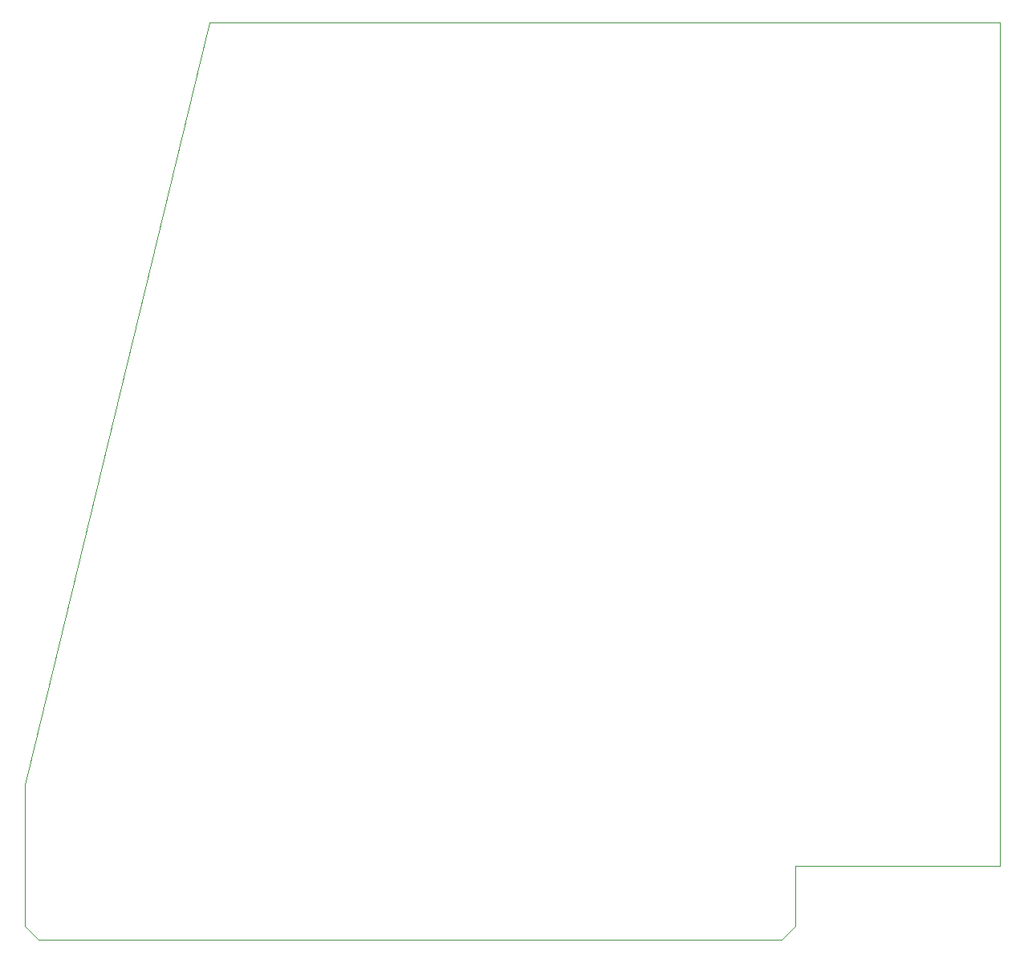
<source format=gbr>
%TF.GenerationSoftware,KiCad,Pcbnew,7.0.5-0*%
%TF.CreationDate,2023-07-02T00:05:15-05:00*%
%TF.ProjectId,ISA adapter,49534120-6164-4617-9074-65722e6b6963,rev?*%
%TF.SameCoordinates,Original*%
%TF.FileFunction,Profile,NP*%
%FSLAX46Y46*%
G04 Gerber Fmt 4.6, Leading zero omitted, Abs format (unit mm)*
G04 Created by KiCad (PCBNEW 7.0.5-0) date 2023-07-02 00:05:15*
%MOMM*%
%LPD*%
G01*
G04 APERTURE LIST*
%TA.AperFunction,Profile*%
%ADD10C,0.050000*%
%TD*%
G04 APERTURE END LIST*
D10*
X219392500Y-128270000D02*
X197802500Y-128270000D01*
X197802500Y-134302500D01*
X197802500Y-134620000D01*
X196373750Y-136027500D01*
X117951250Y-136048750D01*
X116522500Y-134620000D01*
X116522500Y-128270000D01*
X116522476Y-119700000D01*
X136000000Y-39300000D01*
X219392500Y-39300000D01*
X219392500Y-128270000D01*
M02*

</source>
